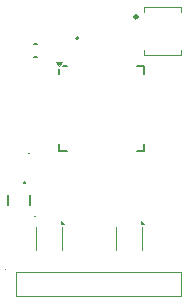
<source format=gbr>
%TF.GenerationSoftware,KiCad,Pcbnew,9.0.0*%
%TF.CreationDate,2025-04-27T20:52:48-05:00*%
%TF.ProjectId,ESP32_S3_CAM,45535033-325f-4533-935f-43414d2e6b69,rev?*%
%TF.SameCoordinates,Original*%
%TF.FileFunction,Legend,Top*%
%TF.FilePolarity,Positive*%
%FSLAX46Y46*%
G04 Gerber Fmt 4.6, Leading zero omitted, Abs format (unit mm)*
G04 Created by KiCad (PCBNEW 9.0.0) date 2025-04-27 20:52:48*
%MOMM*%
%LPD*%
G01*
G04 APERTURE LIST*
%ADD10C,0.100000*%
%ADD11C,0.120000*%
%ADD12C,0.152400*%
%ADD13C,0.260000*%
%ADD14C,0.150000*%
%ADD15C,0.200000*%
G04 APERTURE END LIST*
D10*
%TO.C,D1*%
X155170000Y-91750000D02*
G75*
G02*
X155070000Y-91750000I-50000J0D01*
G01*
X155070000Y-91750000D02*
G75*
G02*
X155170000Y-91750000I50000J0D01*
G01*
D11*
%TO.C,U3*%
X155195000Y-92600000D02*
X155195000Y-94600000D01*
X157415000Y-92600000D02*
X157415000Y-94600000D01*
X157595000Y-92360000D02*
X157315000Y-92360000D01*
X157315000Y-92080000D01*
X157595000Y-92360000D01*
G36*
X157595000Y-92360000D02*
G01*
X157315000Y-92360000D01*
X157315000Y-92080000D01*
X157595000Y-92360000D01*
G37*
%TO.C,U4*%
X161970000Y-92600000D02*
X161970000Y-94600000D01*
X164190000Y-92600000D02*
X164190000Y-94600000D01*
X164370000Y-92360000D02*
X164090000Y-92360000D01*
X164090000Y-92080000D01*
X164370000Y-92360000D01*
G36*
X164370000Y-92360000D02*
G01*
X164090000Y-92360000D01*
X164090000Y-92080000D01*
X164370000Y-92360000D01*
G37*
D12*
%TO.C,U5*%
X152832900Y-89930864D02*
X152832900Y-90749136D01*
X154687100Y-90749136D02*
X154687100Y-89930864D01*
X154186171Y-88876960D02*
G75*
G02*
X154333829Y-88876960I73829J18860D01*
G01*
D11*
%TO.C,U2*%
X164400000Y-74025000D02*
X167500000Y-74025000D01*
X164400000Y-74425000D02*
X164400000Y-74025000D01*
X164400000Y-77625000D02*
X164400000Y-78025000D01*
X164400000Y-78025000D02*
X167500000Y-78025000D01*
X167500000Y-74025000D02*
X167500000Y-74425000D01*
X167500000Y-78025000D02*
X167500000Y-77625000D01*
D13*
X163830000Y-74825000D02*
G75*
G02*
X163570000Y-74825000I-130000J0D01*
G01*
X163570000Y-74825000D02*
G75*
G02*
X163830000Y-74825000I130000J0D01*
G01*
D10*
%TO.C,D3*%
X154700000Y-86400000D02*
G75*
G02*
X154600000Y-86400000I-50000J0D01*
G01*
X154600000Y-86400000D02*
G75*
G02*
X154700000Y-86400000I50000J0D01*
G01*
D14*
%TO.C,FB1*%
X155350000Y-77170000D02*
X155030000Y-77170000D01*
X155350000Y-78190000D02*
X155030000Y-78190000D01*
D10*
%TO.C,D2*%
X152710000Y-96260000D02*
G75*
G02*
X152610000Y-96260000I-50000J0D01*
G01*
X152610000Y-96260000D02*
G75*
G02*
X152710000Y-96260000I50000J0D01*
G01*
D14*
%TO.C,U1*%
X157190000Y-79660000D02*
X157190000Y-79250000D01*
X157190000Y-86230000D02*
X157190000Y-85580000D01*
X157840000Y-79010000D02*
X157490000Y-79010000D01*
X157840000Y-86230000D02*
X157190000Y-86230000D01*
X163760000Y-79010000D02*
X164410000Y-79010000D01*
X163760000Y-86230000D02*
X164410000Y-86230000D01*
X164410000Y-79010000D02*
X164410000Y-79660000D01*
X164410000Y-86230000D02*
X164410000Y-85580000D01*
D11*
X157190000Y-79010000D02*
X156950000Y-78680000D01*
X157430000Y-78680000D01*
X157190000Y-79010000D01*
G36*
X157190000Y-79010000D02*
G01*
X156950000Y-78680000D01*
X157430000Y-78680000D01*
X157190000Y-79010000D01*
G37*
D15*
%TO.C,Y1*%
X158825000Y-76650000D02*
G75*
G02*
X158625000Y-76650000I-100000J0D01*
G01*
X158625000Y-76650000D02*
G75*
G02*
X158825000Y-76650000I100000J0D01*
G01*
D11*
%TO.C,J2*%
X153500000Y-96470000D02*
X167500000Y-96470000D01*
X153500000Y-98470000D02*
X153500000Y-96470000D01*
X167500000Y-96470000D02*
X167500000Y-98470000D01*
X167500000Y-98470000D02*
X153500000Y-98470000D01*
%TD*%
M02*

</source>
